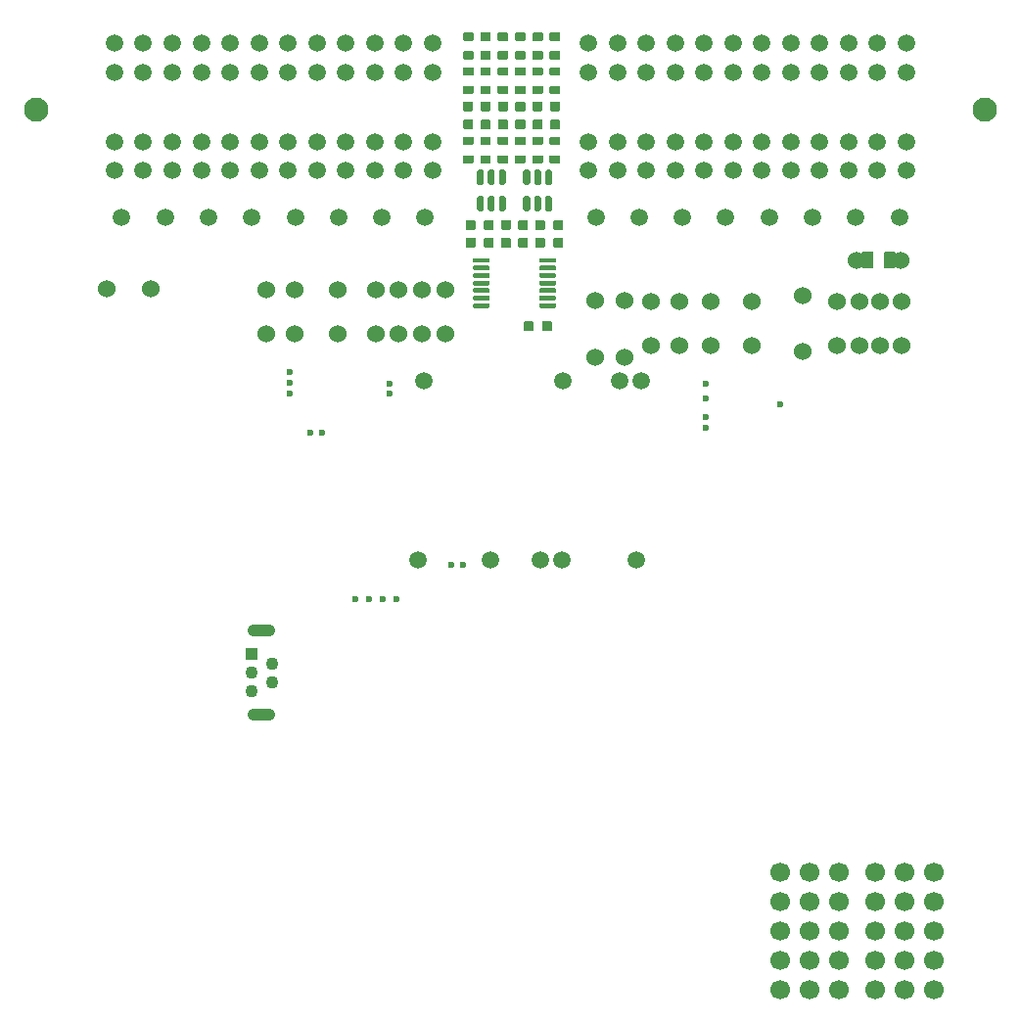
<source format=gbs>
G04 #@! TF.GenerationSoftware,KiCad,Pcbnew,7.0.10-7.0.10~ubuntu22.04.1*
G04 #@! TF.CreationDate,2024-01-13T01:52:59+00:00*
G04 #@! TF.ProjectId,hellen-112-17,68656c6c-656e-42d3-9131-322d31372e6b,B*
G04 #@! TF.SameCoordinates,Original*
G04 #@! TF.FileFunction,Soldermask,Bot*
G04 #@! TF.FilePolarity,Negative*
%FSLAX46Y46*%
G04 Gerber Fmt 4.6, Leading zero omitted, Abs format (unit mm)*
G04 Created by KiCad (PCBNEW 7.0.10-7.0.10~ubuntu22.04.1) date 2024-01-13 01:52:59*
%MOMM*%
%LPD*%
G01*
G04 APERTURE LIST*
%ADD10C,2.100000*%
%ADD11C,1.500000*%
%ADD12C,1.524000*%
%ADD13C,1.700000*%
%ADD14R,1.100000X1.100000*%
%ADD15C,1.100000*%
%ADD16O,2.400000X1.100000*%
%ADD17C,0.600000*%
%ADD18C,0.599999*%
G04 APERTURE END LIST*
D10*
G04 #@! TO.C,J1*
X2154267Y84016479D03*
X84154267Y84016479D03*
D11*
X77404267Y89716479D03*
X74904267Y89716479D03*
X72404267Y89716479D03*
X69904267Y89716479D03*
X67404267Y89716479D03*
X64904267Y89716479D03*
X62404267Y89716479D03*
X59904267Y89716479D03*
X57404267Y89716479D03*
X54904267Y89716479D03*
X52404267Y89716479D03*
X49904267Y89716479D03*
X77404267Y87216479D03*
X74904267Y87216479D03*
X72404267Y87216479D03*
X69904267Y87216479D03*
X67404267Y87216479D03*
X64904267Y87216479D03*
X62404267Y87216479D03*
X59904267Y87216479D03*
X57404267Y87216479D03*
X54904267Y87216479D03*
X52404267Y87216479D03*
X49904267Y87216479D03*
X77404267Y81216479D03*
X74904267Y81216479D03*
X72404267Y81216479D03*
X69904267Y81216479D03*
X67404267Y81216479D03*
X64904267Y81216479D03*
X62404267Y81216479D03*
X59904267Y81216479D03*
X57404267Y81216479D03*
X54904267Y81216479D03*
X52404267Y81216479D03*
X49904267Y81216479D03*
X77404267Y78716479D03*
X74904267Y78716479D03*
X72404267Y78716479D03*
X69904267Y78716479D03*
X67404267Y78716479D03*
X64904267Y78716479D03*
X62404267Y78716479D03*
X59904267Y78716479D03*
X57404267Y78716479D03*
X54904267Y78716479D03*
X52404267Y78716479D03*
X49904267Y78716479D03*
X76779267Y74716479D03*
X73029267Y74716479D03*
X69279267Y74716479D03*
X65529267Y74716479D03*
X61779267Y74716479D03*
X58029267Y74716479D03*
X54279267Y74716479D03*
X50529267Y74716479D03*
X36404267Y89716479D03*
X33904267Y89716479D03*
X31404267Y89716479D03*
X28904267Y89716479D03*
X26404267Y89716479D03*
X23904267Y89716479D03*
X21404267Y89716479D03*
X18904267Y89716479D03*
X16404267Y89716479D03*
X13904267Y89716479D03*
X11404267Y89716479D03*
X8904267Y89716479D03*
X36404267Y87216479D03*
X33904267Y87216479D03*
X31404267Y87216479D03*
X28904267Y87216479D03*
X26404267Y87216479D03*
X23904267Y87216479D03*
X21404267Y87216479D03*
X18904267Y87216479D03*
X16404267Y87216479D03*
X13904267Y87216479D03*
X11404267Y87216479D03*
X8904267Y87216479D03*
X36404267Y81216479D03*
X33904267Y81216479D03*
X31404267Y81216479D03*
X28904267Y81216479D03*
X26404267Y81216479D03*
X23904267Y81216479D03*
X21404267Y81216479D03*
X18904267Y81216479D03*
X16404267Y81216479D03*
X13904267Y81216479D03*
X11404267Y81216479D03*
X8904267Y81216479D03*
X36404267Y78716479D03*
X33904267Y78716479D03*
X31404267Y78716479D03*
X28904267Y78716479D03*
X26404267Y78716479D03*
X23904267Y78716479D03*
X21404267Y78716479D03*
X18904267Y78716479D03*
X16404267Y78716479D03*
X13904267Y78716479D03*
X11404267Y78716479D03*
X8904267Y78716479D03*
X35779267Y74716479D03*
X32029267Y74716479D03*
X28279267Y74716479D03*
X24529267Y74716479D03*
X20779267Y74716479D03*
X17029267Y74716479D03*
X13279267Y74716479D03*
X9529267Y74716479D03*
G04 #@! TD*
D12*
G04 #@! TO.C,R13*
X33500000Y68405000D03*
X33500000Y64595000D03*
G04 #@! TD*
D13*
G04 #@! TO.C,G2*
X74692000Y7880000D03*
X74692000Y10420000D03*
X74692000Y12960000D03*
X74692000Y15500000D03*
X74692000Y18040000D03*
X77232000Y7880000D03*
X77232000Y10420000D03*
X77232000Y12960000D03*
X77232000Y15500000D03*
X77232000Y18040000D03*
X79772000Y7880000D03*
X79772000Y10420000D03*
X79772000Y12960000D03*
X79772000Y15500000D03*
X79772000Y18040000D03*
G04 #@! TD*
D12*
G04 #@! TO.C,R11*
X8190000Y68500000D03*
X12000000Y68500000D03*
G04 #@! TD*
G04 #@! TO.C,R14*
X31500000Y68405000D03*
X31500000Y64595000D03*
G04 #@! TD*
G04 #@! TO.C,R12*
X22000000Y68405000D03*
X22000000Y64595000D03*
G04 #@! TD*
G04 #@! TO.C,F2*
X53000000Y67450000D03*
X53000000Y62550000D03*
G04 #@! TD*
G04 #@! TO.C,R15*
X28250000Y68405000D03*
X28250000Y64595000D03*
G04 #@! TD*
G04 #@! TO.C,F1*
X68400000Y67950000D03*
X68400000Y63050000D03*
G04 #@! TD*
G04 #@! TO.C,F3*
X50500000Y67450000D03*
X50500000Y62550000D03*
G04 #@! TD*
G04 #@! TO.C,R1*
X64000000Y67405000D03*
X64000000Y63595000D03*
G04 #@! TD*
D13*
G04 #@! TO.C,G1*
X66460000Y7880000D03*
X66460000Y10420000D03*
X66460000Y12960000D03*
X66460000Y15500000D03*
X66460000Y18040000D03*
X69000000Y7880000D03*
X69000000Y10420000D03*
X69000000Y12960000D03*
X69000000Y15500000D03*
X69000000Y18040000D03*
X71540000Y7880000D03*
X71540000Y10420000D03*
X71540000Y12960000D03*
X71540000Y15500000D03*
X71540000Y18040000D03*
G04 #@! TD*
D12*
G04 #@! TO.C,R9*
X37500000Y68405000D03*
X37500000Y64595000D03*
G04 #@! TD*
G04 #@! TO.C,R6*
X77000000Y67405000D03*
X77000000Y63595000D03*
G04 #@! TD*
D14*
G04 #@! TO.C,J2*
X20750000Y36900000D03*
D15*
X22500000Y36100000D03*
X20750000Y35300000D03*
X22500000Y34500000D03*
X20750000Y33700000D03*
D16*
X21625000Y38950000D03*
X21625000Y31650000D03*
G04 #@! TD*
D17*
G04 #@! TO.C,M3*
X24025000Y59425001D03*
X24025000Y60375001D03*
X24025000Y61324999D03*
X32725000Y60325001D03*
X32725000Y59425001D03*
G04 #@! TD*
D12*
G04 #@! TO.C,R4*
X71400000Y67405000D03*
X71400000Y63595000D03*
G04 #@! TD*
G04 #@! TO.C,R8*
X73300000Y67405000D03*
X73300000Y63595000D03*
G04 #@! TD*
G04 #@! TO.C,R10*
X35500000Y68405000D03*
X35500000Y64595000D03*
G04 #@! TD*
D17*
G04 #@! TO.C,M2*
X30925000Y41675000D03*
X29725000Y41675000D03*
X32125000Y41675000D03*
X33325000Y41675000D03*
X26865000Y56100000D03*
X25865000Y56100000D03*
G04 #@! TD*
D12*
G04 #@! TO.C,R7*
X75100000Y67405000D03*
X75100000Y63595000D03*
G04 #@! TD*
G04 #@! TO.C,R16*
X24500000Y68405000D03*
X24500000Y64595000D03*
G04 #@! TD*
D11*
G04 #@! TO.C,M1*
X54024999Y45075005D03*
X47625002Y45075005D03*
X45724999Y45075005D03*
X41424999Y45075005D03*
D17*
X39025002Y44625006D03*
X38025001Y44625006D03*
D11*
X35174999Y45075005D03*
X54475001Y60575002D03*
X52625002Y60575002D03*
X47674999Y60575002D03*
X35625001Y60575002D03*
G04 #@! TD*
D12*
G04 #@! TO.C,R5*
X57800000Y67405000D03*
X57800000Y63595000D03*
G04 #@! TD*
G04 #@! TO.C,R2*
X60500000Y67405000D03*
X60500000Y63595000D03*
G04 #@! TD*
G04 #@! TO.C,R3*
X55300000Y67405000D03*
X55300000Y63595000D03*
G04 #@! TD*
D18*
G04 #@! TO.C,M5*
X66500000Y58500000D03*
X60075001Y60329993D03*
X60075001Y59054995D03*
X60075001Y57405006D03*
X60075001Y56504995D03*
G04 #@! TD*
G04 #@! TO.C,R49*
G36*
G01*
X43610000Y87650000D02*
X44390000Y87650000D01*
G75*
G02*
X44460000Y87580000I0J-70000D01*
G01*
X44460000Y87020000D01*
G75*
G02*
X44390000Y86950000I-70000J0D01*
G01*
X43610000Y86950000D01*
G75*
G02*
X43540000Y87020000I0J70000D01*
G01*
X43540000Y87580000D01*
G75*
G02*
X43610000Y87650000I70000J0D01*
G01*
G37*
G36*
G01*
X43610000Y86050000D02*
X44390000Y86050000D01*
G75*
G02*
X44460000Y85980000I0J-70000D01*
G01*
X44460000Y85420000D01*
G75*
G02*
X44390000Y85350000I-70000J0D01*
G01*
X43610000Y85350000D01*
G75*
G02*
X43540000Y85420000I0J70000D01*
G01*
X43540000Y85980000D01*
G75*
G02*
X43610000Y86050000I70000J0D01*
G01*
G37*
G04 #@! TD*
G04 #@! TO.C,C16*
G36*
G01*
X39160000Y84715001D02*
X39840000Y84715001D01*
G75*
G02*
X39925000Y84630001I0J-85000D01*
G01*
X39925000Y83950001D01*
G75*
G02*
X39840000Y83865001I-85000J0D01*
G01*
X39160000Y83865001D01*
G75*
G02*
X39075000Y83950001I0J85000D01*
G01*
X39075000Y84630001D01*
G75*
G02*
X39160000Y84715001I85000J0D01*
G01*
G37*
G36*
G01*
X39160000Y83134999D02*
X39840000Y83134999D01*
G75*
G02*
X39925000Y83049999I0J-85000D01*
G01*
X39925000Y82369999D01*
G75*
G02*
X39840000Y82284999I-85000J0D01*
G01*
X39160000Y82284999D01*
G75*
G02*
X39075000Y82369999I0J85000D01*
G01*
X39075000Y83049999D01*
G75*
G02*
X39160000Y83134999I85000J0D01*
G01*
G37*
G04 #@! TD*
G04 #@! TO.C,C17*
G36*
G01*
X42160000Y84715001D02*
X42840000Y84715001D01*
G75*
G02*
X42925000Y84630001I0J-85000D01*
G01*
X42925000Y83950001D01*
G75*
G02*
X42840000Y83865001I-85000J0D01*
G01*
X42160000Y83865001D01*
G75*
G02*
X42075000Y83950001I0J85000D01*
G01*
X42075000Y84630001D01*
G75*
G02*
X42160000Y84715001I85000J0D01*
G01*
G37*
G36*
G01*
X42160000Y83134999D02*
X42840000Y83134999D01*
G75*
G02*
X42925000Y83049999I0J-85000D01*
G01*
X42925000Y82369999D01*
G75*
G02*
X42840000Y82284999I-85000J0D01*
G01*
X42160000Y82284999D01*
G75*
G02*
X42075000Y82369999I0J85000D01*
G01*
X42075000Y83049999D01*
G75*
G02*
X42160000Y83134999I85000J0D01*
G01*
G37*
G04 #@! TD*
G04 #@! TO.C,R48*
G36*
G01*
X44390000Y79350000D02*
X43610000Y79350000D01*
G75*
G02*
X43540000Y79420000I0J70000D01*
G01*
X43540000Y79980000D01*
G75*
G02*
X43610000Y80050000I70000J0D01*
G01*
X44390000Y80050000D01*
G75*
G02*
X44460000Y79980000I0J-70000D01*
G01*
X44460000Y79420000D01*
G75*
G02*
X44390000Y79350000I-70000J0D01*
G01*
G37*
G36*
G01*
X44390000Y80950000D02*
X43610000Y80950000D01*
G75*
G02*
X43540000Y81020000I0J70000D01*
G01*
X43540000Y81580000D01*
G75*
G02*
X43610000Y81650000I70000J0D01*
G01*
X44390000Y81650000D01*
G75*
G02*
X44460000Y81580000I0J-70000D01*
G01*
X44460000Y81020000D01*
G75*
G02*
X44390000Y80950000I-70000J0D01*
G01*
G37*
G04 #@! TD*
G04 #@! TO.C,C18*
G36*
G01*
X40660000Y84715001D02*
X41340000Y84715001D01*
G75*
G02*
X41425000Y84630001I0J-85000D01*
G01*
X41425000Y83950001D01*
G75*
G02*
X41340000Y83865001I-85000J0D01*
G01*
X40660000Y83865001D01*
G75*
G02*
X40575000Y83950001I0J85000D01*
G01*
X40575000Y84630001D01*
G75*
G02*
X40660000Y84715001I85000J0D01*
G01*
G37*
G36*
G01*
X40660000Y83134999D02*
X41340000Y83134999D01*
G75*
G02*
X41425000Y83049999I0J-85000D01*
G01*
X41425000Y82369999D01*
G75*
G02*
X41340000Y82284999I-85000J0D01*
G01*
X40660000Y82284999D01*
G75*
G02*
X40575000Y82369999I0J85000D01*
G01*
X40575000Y83049999D01*
G75*
G02*
X40660000Y83134999I85000J0D01*
G01*
G37*
G04 #@! TD*
G04 #@! TO.C,R29*
G36*
G01*
X45110000Y87650000D02*
X45890000Y87650000D01*
G75*
G02*
X45960000Y87580000I0J-70000D01*
G01*
X45960000Y87020000D01*
G75*
G02*
X45890000Y86950000I-70000J0D01*
G01*
X45110000Y86950000D01*
G75*
G02*
X45040000Y87020000I0J70000D01*
G01*
X45040000Y87580000D01*
G75*
G02*
X45110000Y87650000I70000J0D01*
G01*
G37*
G36*
G01*
X45110000Y86050000D02*
X45890000Y86050000D01*
G75*
G02*
X45960000Y85980000I0J-70000D01*
G01*
X45960000Y85420000D01*
G75*
G02*
X45890000Y85350000I-70000J0D01*
G01*
X45110000Y85350000D01*
G75*
G02*
X45040000Y85420000I0J70000D01*
G01*
X45040000Y85980000D01*
G75*
G02*
X45110000Y86050000I70000J0D01*
G01*
G37*
G04 #@! TD*
G04 #@! TO.C,U2*
G36*
G01*
X39900000Y66950000D02*
X39900000Y67150000D01*
G75*
G02*
X40000000Y67250000I100000J0D01*
G01*
X41275000Y67250000D01*
G75*
G02*
X41375000Y67150000I0J-100000D01*
G01*
X41375000Y66950000D01*
G75*
G02*
X41275000Y66850000I-100000J0D01*
G01*
X40000000Y66850000D01*
G75*
G02*
X39900000Y66950000I0J100000D01*
G01*
G37*
G36*
G01*
X39900000Y67600000D02*
X39900000Y67800000D01*
G75*
G02*
X40000000Y67900000I100000J0D01*
G01*
X41275000Y67900000D01*
G75*
G02*
X41375000Y67800000I0J-100000D01*
G01*
X41375000Y67600000D01*
G75*
G02*
X41275000Y67500000I-100000J0D01*
G01*
X40000000Y67500000D01*
G75*
G02*
X39900000Y67600000I0J100000D01*
G01*
G37*
G36*
G01*
X39900000Y68250000D02*
X39900000Y68450000D01*
G75*
G02*
X40000000Y68550000I100000J0D01*
G01*
X41275000Y68550000D01*
G75*
G02*
X41375000Y68450000I0J-100000D01*
G01*
X41375000Y68250000D01*
G75*
G02*
X41275000Y68150000I-100000J0D01*
G01*
X40000000Y68150000D01*
G75*
G02*
X39900000Y68250000I0J100000D01*
G01*
G37*
G36*
G01*
X39900000Y68900000D02*
X39900000Y69100000D01*
G75*
G02*
X40000000Y69200000I100000J0D01*
G01*
X41275000Y69200000D01*
G75*
G02*
X41375000Y69100000I0J-100000D01*
G01*
X41375000Y68900000D01*
G75*
G02*
X41275000Y68800000I-100000J0D01*
G01*
X40000000Y68800000D01*
G75*
G02*
X39900000Y68900000I0J100000D01*
G01*
G37*
G36*
G01*
X39900000Y69550000D02*
X39900000Y69750000D01*
G75*
G02*
X40000000Y69850000I100000J0D01*
G01*
X41275000Y69850000D01*
G75*
G02*
X41375000Y69750000I0J-100000D01*
G01*
X41375000Y69550000D01*
G75*
G02*
X41275000Y69450000I-100000J0D01*
G01*
X40000000Y69450000D01*
G75*
G02*
X39900000Y69550000I0J100000D01*
G01*
G37*
G36*
G01*
X39900000Y70200000D02*
X39900000Y70400000D01*
G75*
G02*
X40000000Y70500000I100000J0D01*
G01*
X41275000Y70500000D01*
G75*
G02*
X41375000Y70400000I0J-100000D01*
G01*
X41375000Y70200000D01*
G75*
G02*
X41275000Y70100000I-100000J0D01*
G01*
X40000000Y70100000D01*
G75*
G02*
X39900000Y70200000I0J100000D01*
G01*
G37*
G36*
G01*
X39900000Y70850000D02*
X39900000Y71050000D01*
G75*
G02*
X40000000Y71150000I100000J0D01*
G01*
X41275000Y71150000D01*
G75*
G02*
X41375000Y71050000I0J-100000D01*
G01*
X41375000Y70850000D01*
G75*
G02*
X41275000Y70750000I-100000J0D01*
G01*
X40000000Y70750000D01*
G75*
G02*
X39900000Y70850000I0J100000D01*
G01*
G37*
G36*
G01*
X45625000Y70850000D02*
X45625000Y71050000D01*
G75*
G02*
X45725000Y71150000I100000J0D01*
G01*
X47000000Y71150000D01*
G75*
G02*
X47100000Y71050000I0J-100000D01*
G01*
X47100000Y70850000D01*
G75*
G02*
X47000000Y70750000I-100000J0D01*
G01*
X45725000Y70750000D01*
G75*
G02*
X45625000Y70850000I0J100000D01*
G01*
G37*
G36*
G01*
X45625000Y70200000D02*
X45625000Y70400000D01*
G75*
G02*
X45725000Y70500000I100000J0D01*
G01*
X47000000Y70500000D01*
G75*
G02*
X47100000Y70400000I0J-100000D01*
G01*
X47100000Y70200000D01*
G75*
G02*
X47000000Y70100000I-100000J0D01*
G01*
X45725000Y70100000D01*
G75*
G02*
X45625000Y70200000I0J100000D01*
G01*
G37*
G36*
G01*
X45625000Y69550000D02*
X45625000Y69750000D01*
G75*
G02*
X45725000Y69850000I100000J0D01*
G01*
X47000000Y69850000D01*
G75*
G02*
X47100000Y69750000I0J-100000D01*
G01*
X47100000Y69550000D01*
G75*
G02*
X47000000Y69450000I-100000J0D01*
G01*
X45725000Y69450000D01*
G75*
G02*
X45625000Y69550000I0J100000D01*
G01*
G37*
G36*
G01*
X45625000Y68900000D02*
X45625000Y69100000D01*
G75*
G02*
X45725000Y69200000I100000J0D01*
G01*
X47000000Y69200000D01*
G75*
G02*
X47100000Y69100000I0J-100000D01*
G01*
X47100000Y68900000D01*
G75*
G02*
X47000000Y68800000I-100000J0D01*
G01*
X45725000Y68800000D01*
G75*
G02*
X45625000Y68900000I0J100000D01*
G01*
G37*
G36*
G01*
X45625000Y68250000D02*
X45625000Y68450000D01*
G75*
G02*
X45725000Y68550000I100000J0D01*
G01*
X47000000Y68550000D01*
G75*
G02*
X47100000Y68450000I0J-100000D01*
G01*
X47100000Y68250000D01*
G75*
G02*
X47000000Y68150000I-100000J0D01*
G01*
X45725000Y68150000D01*
G75*
G02*
X45625000Y68250000I0J100000D01*
G01*
G37*
G36*
G01*
X45625000Y67600000D02*
X45625000Y67800000D01*
G75*
G02*
X45725000Y67900000I100000J0D01*
G01*
X47000000Y67900000D01*
G75*
G02*
X47100000Y67800000I0J-100000D01*
G01*
X47100000Y67600000D01*
G75*
G02*
X47000000Y67500000I-100000J0D01*
G01*
X45725000Y67500000D01*
G75*
G02*
X45625000Y67600000I0J100000D01*
G01*
G37*
G36*
G01*
X45625000Y66950000D02*
X45625000Y67150000D01*
G75*
G02*
X45725000Y67250000I100000J0D01*
G01*
X47000000Y67250000D01*
G75*
G02*
X47100000Y67150000I0J-100000D01*
G01*
X47100000Y66950000D01*
G75*
G02*
X47000000Y66850000I-100000J0D01*
G01*
X45725000Y66850000D01*
G75*
G02*
X45625000Y66950000I0J100000D01*
G01*
G37*
G04 #@! TD*
G04 #@! TO.C,C25*
G36*
G01*
X44590000Y72034999D02*
X43910000Y72034999D01*
G75*
G02*
X43825000Y72119999I0J85000D01*
G01*
X43825000Y72799999D01*
G75*
G02*
X43910000Y72884999I85000J0D01*
G01*
X44590000Y72884999D01*
G75*
G02*
X44675000Y72799999I0J-85000D01*
G01*
X44675000Y72119999D01*
G75*
G02*
X44590000Y72034999I-85000J0D01*
G01*
G37*
G36*
G01*
X44590000Y73615001D02*
X43910000Y73615001D01*
G75*
G02*
X43825000Y73700001I0J85000D01*
G01*
X43825000Y74380001D01*
G75*
G02*
X43910000Y74465001I85000J0D01*
G01*
X44590000Y74465001D01*
G75*
G02*
X44675000Y74380001I0J-85000D01*
G01*
X44675000Y73700001D01*
G75*
G02*
X44590000Y73615001I-85000J0D01*
G01*
G37*
G04 #@! TD*
G04 #@! TO.C,R32*
G36*
G01*
X41390000Y79350000D02*
X40610000Y79350000D01*
G75*
G02*
X40540000Y79420000I0J70000D01*
G01*
X40540000Y79980000D01*
G75*
G02*
X40610000Y80050000I70000J0D01*
G01*
X41390000Y80050000D01*
G75*
G02*
X41460000Y79980000I0J-70000D01*
G01*
X41460000Y79420000D01*
G75*
G02*
X41390000Y79350000I-70000J0D01*
G01*
G37*
G36*
G01*
X41390000Y80950000D02*
X40610000Y80950000D01*
G75*
G02*
X40540000Y81020000I0J70000D01*
G01*
X40540000Y81580000D01*
G75*
G02*
X40610000Y81650000I70000J0D01*
G01*
X41390000Y81650000D01*
G75*
G02*
X41460000Y81580000I0J-70000D01*
G01*
X41460000Y81020000D01*
G75*
G02*
X41390000Y80950000I-70000J0D01*
G01*
G37*
G04 #@! TD*
G04 #@! TO.C,R30*
G36*
G01*
X39890000Y79350000D02*
X39110000Y79350000D01*
G75*
G02*
X39040000Y79420000I0J70000D01*
G01*
X39040000Y79980000D01*
G75*
G02*
X39110000Y80050000I70000J0D01*
G01*
X39890000Y80050000D01*
G75*
G02*
X39960000Y79980000I0J-70000D01*
G01*
X39960000Y79420000D01*
G75*
G02*
X39890000Y79350000I-70000J0D01*
G01*
G37*
G36*
G01*
X39890000Y80950000D02*
X39110000Y80950000D01*
G75*
G02*
X39040000Y81020000I0J70000D01*
G01*
X39040000Y81580000D01*
G75*
G02*
X39110000Y81650000I70000J0D01*
G01*
X39890000Y81650000D01*
G75*
G02*
X39960000Y81580000I0J-70000D01*
G01*
X39960000Y81020000D01*
G75*
G02*
X39890000Y80950000I-70000J0D01*
G01*
G37*
G04 #@! TD*
G04 #@! TO.C,R43*
G36*
G01*
X45890000Y79350000D02*
X45110000Y79350000D01*
G75*
G02*
X45040000Y79420000I0J70000D01*
G01*
X45040000Y79980000D01*
G75*
G02*
X45110000Y80050000I70000J0D01*
G01*
X45890000Y80050000D01*
G75*
G02*
X45960000Y79980000I0J-70000D01*
G01*
X45960000Y79420000D01*
G75*
G02*
X45890000Y79350000I-70000J0D01*
G01*
G37*
G36*
G01*
X45890000Y80950000D02*
X45110000Y80950000D01*
G75*
G02*
X45040000Y81020000I0J70000D01*
G01*
X45040000Y81580000D01*
G75*
G02*
X45110000Y81650000I70000J0D01*
G01*
X45890000Y81650000D01*
G75*
G02*
X45960000Y81580000I0J-70000D01*
G01*
X45960000Y81020000D01*
G75*
G02*
X45890000Y80950000I-70000J0D01*
G01*
G37*
G04 #@! TD*
G04 #@! TO.C,C15*
G36*
G01*
X43660000Y84715001D02*
X44340000Y84715001D01*
G75*
G02*
X44425000Y84630001I0J-85000D01*
G01*
X44425000Y83950001D01*
G75*
G02*
X44340000Y83865001I-85000J0D01*
G01*
X43660000Y83865001D01*
G75*
G02*
X43575000Y83950001I0J85000D01*
G01*
X43575000Y84630001D01*
G75*
G02*
X43660000Y84715001I85000J0D01*
G01*
G37*
G36*
G01*
X43660000Y83134999D02*
X44340000Y83134999D01*
G75*
G02*
X44425000Y83049999I0J-85000D01*
G01*
X44425000Y82369999D01*
G75*
G02*
X44340000Y82284999I-85000J0D01*
G01*
X43660000Y82284999D01*
G75*
G02*
X43575000Y82369999I0J85000D01*
G01*
X43575000Y83049999D01*
G75*
G02*
X43660000Y83134999I85000J0D01*
G01*
G37*
G04 #@! TD*
G04 #@! TO.C,D11*
G36*
G01*
X46600000Y75200000D02*
X46300000Y75200000D01*
G75*
G02*
X46150000Y75350000I0J150000D01*
G01*
X46150000Y76375000D01*
G75*
G02*
X46300000Y76525000I150000J0D01*
G01*
X46600000Y76525000D01*
G75*
G02*
X46750000Y76375000I0J-150000D01*
G01*
X46750000Y75350000D01*
G75*
G02*
X46600000Y75200000I-150000J0D01*
G01*
G37*
G36*
G01*
X45650000Y75200000D02*
X45350000Y75200000D01*
G75*
G02*
X45200000Y75350000I0J150000D01*
G01*
X45200000Y76375000D01*
G75*
G02*
X45350000Y76525000I150000J0D01*
G01*
X45650000Y76525000D01*
G75*
G02*
X45800000Y76375000I0J-150000D01*
G01*
X45800000Y75350000D01*
G75*
G02*
X45650000Y75200000I-150000J0D01*
G01*
G37*
G36*
G01*
X44700000Y75200000D02*
X44400000Y75200000D01*
G75*
G02*
X44250000Y75350000I0J150000D01*
G01*
X44250000Y76375000D01*
G75*
G02*
X44400000Y76525000I150000J0D01*
G01*
X44700000Y76525000D01*
G75*
G02*
X44850000Y76375000I0J-150000D01*
G01*
X44850000Y75350000D01*
G75*
G02*
X44700000Y75200000I-150000J0D01*
G01*
G37*
G36*
G01*
X44700000Y77475000D02*
X44400000Y77475000D01*
G75*
G02*
X44250000Y77625000I0J150000D01*
G01*
X44250000Y78650000D01*
G75*
G02*
X44400000Y78800000I150000J0D01*
G01*
X44700000Y78800000D01*
G75*
G02*
X44850000Y78650000I0J-150000D01*
G01*
X44850000Y77625000D01*
G75*
G02*
X44700000Y77475000I-150000J0D01*
G01*
G37*
G36*
G01*
X45650000Y77475000D02*
X45350000Y77475000D01*
G75*
G02*
X45200000Y77625000I0J150000D01*
G01*
X45200000Y78650000D01*
G75*
G02*
X45350000Y78800000I150000J0D01*
G01*
X45650000Y78800000D01*
G75*
G02*
X45800000Y78650000I0J-150000D01*
G01*
X45800000Y77625000D01*
G75*
G02*
X45650000Y77475000I-150000J0D01*
G01*
G37*
G36*
G01*
X46600000Y77475000D02*
X46300000Y77475000D01*
G75*
G02*
X46150000Y77625000I0J150000D01*
G01*
X46150000Y78650000D01*
G75*
G02*
X46300000Y78800000I150000J0D01*
G01*
X46600000Y78800000D01*
G75*
G02*
X46750000Y78650000I0J-150000D01*
G01*
X46750000Y77625000D01*
G75*
G02*
X46600000Y77475000I-150000J0D01*
G01*
G37*
G04 #@! TD*
G04 #@! TO.C,C23*
G36*
G01*
X41715001Y72840000D02*
X41715001Y72160000D01*
G75*
G02*
X41630001Y72075000I-85000J0D01*
G01*
X40950001Y72075000D01*
G75*
G02*
X40865001Y72160000I0J85000D01*
G01*
X40865001Y72840000D01*
G75*
G02*
X40950001Y72925000I85000J0D01*
G01*
X41630001Y72925000D01*
G75*
G02*
X41715001Y72840000I0J-85000D01*
G01*
G37*
G36*
G01*
X40134999Y72840000D02*
X40134999Y72160000D01*
G75*
G02*
X40049999Y72075000I-85000J0D01*
G01*
X39369999Y72075000D01*
G75*
G02*
X39284999Y72160000I0J85000D01*
G01*
X39284999Y72840000D01*
G75*
G02*
X39369999Y72925000I85000J0D01*
G01*
X40049999Y72925000D01*
G75*
G02*
X40134999Y72840000I0J-85000D01*
G01*
G37*
G04 #@! TD*
G04 #@! TO.C,R25*
G36*
G01*
X39110000Y87650000D02*
X39890000Y87650000D01*
G75*
G02*
X39960000Y87580000I0J-70000D01*
G01*
X39960000Y87020000D01*
G75*
G02*
X39890000Y86950000I-70000J0D01*
G01*
X39110000Y86950000D01*
G75*
G02*
X39040000Y87020000I0J70000D01*
G01*
X39040000Y87580000D01*
G75*
G02*
X39110000Y87650000I70000J0D01*
G01*
G37*
G36*
G01*
X39110000Y86050000D02*
X39890000Y86050000D01*
G75*
G02*
X39960000Y85980000I0J-70000D01*
G01*
X39960000Y85420000D01*
G75*
G02*
X39890000Y85350000I-70000J0D01*
G01*
X39110000Y85350000D01*
G75*
G02*
X39040000Y85420000I0J70000D01*
G01*
X39040000Y85980000D01*
G75*
G02*
X39110000Y86050000I70000J0D01*
G01*
G37*
G04 #@! TD*
G04 #@! TO.C,C19*
G36*
G01*
X46660000Y84715001D02*
X47340000Y84715001D01*
G75*
G02*
X47425000Y84630001I0J-85000D01*
G01*
X47425000Y83950001D01*
G75*
G02*
X47340000Y83865001I-85000J0D01*
G01*
X46660000Y83865001D01*
G75*
G02*
X46575000Y83950001I0J85000D01*
G01*
X46575000Y84630001D01*
G75*
G02*
X46660000Y84715001I85000J0D01*
G01*
G37*
G36*
G01*
X46660000Y83134999D02*
X47340000Y83134999D01*
G75*
G02*
X47425000Y83049999I0J-85000D01*
G01*
X47425000Y82369999D01*
G75*
G02*
X47340000Y82284999I-85000J0D01*
G01*
X46660000Y82284999D01*
G75*
G02*
X46575000Y82369999I0J85000D01*
G01*
X46575000Y83049999D01*
G75*
G02*
X46660000Y83134999I85000J0D01*
G01*
G37*
G04 #@! TD*
G04 #@! TO.C,R21*
G36*
G01*
X39110954Y90650000D02*
X39890954Y90650000D01*
G75*
G02*
X39960954Y90580000I0J-70000D01*
G01*
X39960954Y90020000D01*
G75*
G02*
X39890954Y89950000I-70000J0D01*
G01*
X39110954Y89950000D01*
G75*
G02*
X39040954Y90020000I0J70000D01*
G01*
X39040954Y90580000D01*
G75*
G02*
X39110954Y90650000I70000J0D01*
G01*
G37*
G36*
G01*
X39110954Y89050000D02*
X39890954Y89050000D01*
G75*
G02*
X39960954Y88980000I0J-70000D01*
G01*
X39960954Y88420000D01*
G75*
G02*
X39890954Y88350000I-70000J0D01*
G01*
X39110954Y88350000D01*
G75*
G02*
X39040954Y88420000I0J70000D01*
G01*
X39040954Y88980000D01*
G75*
G02*
X39110954Y89050000I70000J0D01*
G01*
G37*
G04 #@! TD*
G04 #@! TO.C,C21*
G36*
G01*
X44284999Y64910000D02*
X44284999Y65590000D01*
G75*
G02*
X44369999Y65675000I85000J0D01*
G01*
X45049999Y65675000D01*
G75*
G02*
X45134999Y65590000I0J-85000D01*
G01*
X45134999Y64910000D01*
G75*
G02*
X45049999Y64825000I-85000J0D01*
G01*
X44369999Y64825000D01*
G75*
G02*
X44284999Y64910000I0J85000D01*
G01*
G37*
G36*
G01*
X45865001Y64910000D02*
X45865001Y65590000D01*
G75*
G02*
X45950001Y65675000I85000J0D01*
G01*
X46630001Y65675000D01*
G75*
G02*
X46715001Y65590000I0J-85000D01*
G01*
X46715001Y64910000D01*
G75*
G02*
X46630001Y64825000I-85000J0D01*
G01*
X45950001Y64825000D01*
G75*
G02*
X45865001Y64910000I0J85000D01*
G01*
G37*
G04 #@! TD*
G04 #@! TO.C,R26*
G36*
G01*
X42110000Y87650000D02*
X42890000Y87650000D01*
G75*
G02*
X42960000Y87580000I0J-70000D01*
G01*
X42960000Y87020000D01*
G75*
G02*
X42890000Y86950000I-70000J0D01*
G01*
X42110000Y86950000D01*
G75*
G02*
X42040000Y87020000I0J70000D01*
G01*
X42040000Y87580000D01*
G75*
G02*
X42110000Y87650000I70000J0D01*
G01*
G37*
G36*
G01*
X42110000Y86050000D02*
X42890000Y86050000D01*
G75*
G02*
X42960000Y85980000I0J-70000D01*
G01*
X42960000Y85420000D01*
G75*
G02*
X42890000Y85350000I-70000J0D01*
G01*
X42110000Y85350000D01*
G75*
G02*
X42040000Y85420000I0J70000D01*
G01*
X42040000Y85980000D01*
G75*
G02*
X42110000Y86050000I70000J0D01*
G01*
G37*
G04 #@! TD*
G04 #@! TO.C,C28*
G36*
G01*
X45160000Y84715001D02*
X45840000Y84715001D01*
G75*
G02*
X45925000Y84630001I0J-85000D01*
G01*
X45925000Y83950001D01*
G75*
G02*
X45840000Y83865001I-85000J0D01*
G01*
X45160000Y83865001D01*
G75*
G02*
X45075000Y83950001I0J85000D01*
G01*
X45075000Y84630001D01*
G75*
G02*
X45160000Y84715001I85000J0D01*
G01*
G37*
G36*
G01*
X45160000Y83134999D02*
X45840000Y83134999D01*
G75*
G02*
X45925000Y83049999I0J-85000D01*
G01*
X45925000Y82369999D01*
G75*
G02*
X45840000Y82284999I-85000J0D01*
G01*
X45160000Y82284999D01*
G75*
G02*
X45075000Y82369999I0J85000D01*
G01*
X45075000Y83049999D01*
G75*
G02*
X45160000Y83134999I85000J0D01*
G01*
G37*
G04 #@! TD*
G04 #@! TO.C,R23*
G36*
G01*
X40610000Y90650000D02*
X41390000Y90650000D01*
G75*
G02*
X41460000Y90580000I0J-70000D01*
G01*
X41460000Y90020000D01*
G75*
G02*
X41390000Y89950000I-70000J0D01*
G01*
X40610000Y89950000D01*
G75*
G02*
X40540000Y90020000I0J70000D01*
G01*
X40540000Y90580000D01*
G75*
G02*
X40610000Y90650000I70000J0D01*
G01*
G37*
G36*
G01*
X40610000Y89050000D02*
X41390000Y89050000D01*
G75*
G02*
X41460000Y88980000I0J-70000D01*
G01*
X41460000Y88420000D01*
G75*
G02*
X41390000Y88350000I-70000J0D01*
G01*
X40610000Y88350000D01*
G75*
G02*
X40540000Y88420000I0J70000D01*
G01*
X40540000Y88980000D01*
G75*
G02*
X40610000Y89050000I70000J0D01*
G01*
G37*
G04 #@! TD*
G04 #@! TO.C,C26*
G36*
G01*
X47715001Y74340000D02*
X47715001Y73660000D01*
G75*
G02*
X47630001Y73575000I-85000J0D01*
G01*
X46950001Y73575000D01*
G75*
G02*
X46865001Y73660000I0J85000D01*
G01*
X46865001Y74340000D01*
G75*
G02*
X46950001Y74425000I85000J0D01*
G01*
X47630001Y74425000D01*
G75*
G02*
X47715001Y74340000I0J-85000D01*
G01*
G37*
G36*
G01*
X46134999Y74340000D02*
X46134999Y73660000D01*
G75*
G02*
X46049999Y73575000I-85000J0D01*
G01*
X45369999Y73575000D01*
G75*
G02*
X45284999Y73660000I0J85000D01*
G01*
X45284999Y74340000D01*
G75*
G02*
X45369999Y74425000I85000J0D01*
G01*
X46049999Y74425000D01*
G75*
G02*
X46134999Y74340000I0J-85000D01*
G01*
G37*
G04 #@! TD*
G04 #@! TO.C,R31*
G36*
G01*
X42890000Y79350000D02*
X42110000Y79350000D01*
G75*
G02*
X42040000Y79420000I0J70000D01*
G01*
X42040000Y79980000D01*
G75*
G02*
X42110000Y80050000I70000J0D01*
G01*
X42890000Y80050000D01*
G75*
G02*
X42960000Y79980000I0J-70000D01*
G01*
X42960000Y79420000D01*
G75*
G02*
X42890000Y79350000I-70000J0D01*
G01*
G37*
G36*
G01*
X42890000Y80950000D02*
X42110000Y80950000D01*
G75*
G02*
X42040000Y81020000I0J70000D01*
G01*
X42040000Y81580000D01*
G75*
G02*
X42110000Y81650000I70000J0D01*
G01*
X42890000Y81650000D01*
G75*
G02*
X42960000Y81580000I0J-70000D01*
G01*
X42960000Y81020000D01*
G75*
G02*
X42890000Y80950000I-70000J0D01*
G01*
G37*
G04 #@! TD*
G04 #@! TO.C,C24*
G36*
G01*
X45284999Y72160000D02*
X45284999Y72840000D01*
G75*
G02*
X45369999Y72925000I85000J0D01*
G01*
X46049999Y72925000D01*
G75*
G02*
X46134999Y72840000I0J-85000D01*
G01*
X46134999Y72160000D01*
G75*
G02*
X46049999Y72075000I-85000J0D01*
G01*
X45369999Y72075000D01*
G75*
G02*
X45284999Y72160000I0J85000D01*
G01*
G37*
G36*
G01*
X46865001Y72160000D02*
X46865001Y72840000D01*
G75*
G02*
X46950001Y72925000I85000J0D01*
G01*
X47630001Y72925000D01*
G75*
G02*
X47715001Y72840000I0J-85000D01*
G01*
X47715001Y72160000D01*
G75*
G02*
X47630001Y72075000I-85000J0D01*
G01*
X46950001Y72075000D01*
G75*
G02*
X46865001Y72160000I0J85000D01*
G01*
G37*
G04 #@! TD*
G04 #@! TO.C,D10*
G36*
G01*
X42600000Y75200000D02*
X42300000Y75200000D01*
G75*
G02*
X42150000Y75350000I0J150000D01*
G01*
X42150000Y76375000D01*
G75*
G02*
X42300000Y76525000I150000J0D01*
G01*
X42600000Y76525000D01*
G75*
G02*
X42750000Y76375000I0J-150000D01*
G01*
X42750000Y75350000D01*
G75*
G02*
X42600000Y75200000I-150000J0D01*
G01*
G37*
G36*
G01*
X41650000Y75200000D02*
X41350000Y75200000D01*
G75*
G02*
X41200000Y75350000I0J150000D01*
G01*
X41200000Y76375000D01*
G75*
G02*
X41350000Y76525000I150000J0D01*
G01*
X41650000Y76525000D01*
G75*
G02*
X41800000Y76375000I0J-150000D01*
G01*
X41800000Y75350000D01*
G75*
G02*
X41650000Y75200000I-150000J0D01*
G01*
G37*
G36*
G01*
X40700000Y75200000D02*
X40400000Y75200000D01*
G75*
G02*
X40250000Y75350000I0J150000D01*
G01*
X40250000Y76375000D01*
G75*
G02*
X40400000Y76525000I150000J0D01*
G01*
X40700000Y76525000D01*
G75*
G02*
X40850000Y76375000I0J-150000D01*
G01*
X40850000Y75350000D01*
G75*
G02*
X40700000Y75200000I-150000J0D01*
G01*
G37*
G36*
G01*
X40700000Y77475000D02*
X40400000Y77475000D01*
G75*
G02*
X40250000Y77625000I0J150000D01*
G01*
X40250000Y78650000D01*
G75*
G02*
X40400000Y78800000I150000J0D01*
G01*
X40700000Y78800000D01*
G75*
G02*
X40850000Y78650000I0J-150000D01*
G01*
X40850000Y77625000D01*
G75*
G02*
X40700000Y77475000I-150000J0D01*
G01*
G37*
G36*
G01*
X41650000Y77475000D02*
X41350000Y77475000D01*
G75*
G02*
X41200000Y77625000I0J150000D01*
G01*
X41200000Y78650000D01*
G75*
G02*
X41350000Y78800000I150000J0D01*
G01*
X41650000Y78800000D01*
G75*
G02*
X41800000Y78650000I0J-150000D01*
G01*
X41800000Y77625000D01*
G75*
G02*
X41650000Y77475000I-150000J0D01*
G01*
G37*
G36*
G01*
X42600000Y77475000D02*
X42300000Y77475000D01*
G75*
G02*
X42150000Y77625000I0J150000D01*
G01*
X42150000Y78650000D01*
G75*
G02*
X42300000Y78800000I150000J0D01*
G01*
X42600000Y78800000D01*
G75*
G02*
X42750000Y78650000I0J-150000D01*
G01*
X42750000Y77625000D01*
G75*
G02*
X42600000Y77475000I-150000J0D01*
G01*
G37*
G04 #@! TD*
G04 #@! TO.C,R50*
G36*
G01*
X45110000Y90650000D02*
X45890000Y90650000D01*
G75*
G02*
X45960000Y90580000I0J-70000D01*
G01*
X45960000Y90020000D01*
G75*
G02*
X45890000Y89950000I-70000J0D01*
G01*
X45110000Y89950000D01*
G75*
G02*
X45040000Y90020000I0J70000D01*
G01*
X45040000Y90580000D01*
G75*
G02*
X45110000Y90650000I70000J0D01*
G01*
G37*
G36*
G01*
X45110000Y89050000D02*
X45890000Y89050000D01*
G75*
G02*
X45960000Y88980000I0J-70000D01*
G01*
X45960000Y88420000D01*
G75*
G02*
X45890000Y88350000I-70000J0D01*
G01*
X45110000Y88350000D01*
G75*
G02*
X45040000Y88420000I0J70000D01*
G01*
X45040000Y88980000D01*
G75*
G02*
X45110000Y89050000I70000J0D01*
G01*
G37*
G04 #@! TD*
G04 #@! TO.C,R24*
G36*
G01*
X46610000Y90650000D02*
X47390000Y90650000D01*
G75*
G02*
X47460000Y90580000I0J-70000D01*
G01*
X47460000Y90020000D01*
G75*
G02*
X47390000Y89950000I-70000J0D01*
G01*
X46610000Y89950000D01*
G75*
G02*
X46540000Y90020000I0J70000D01*
G01*
X46540000Y90580000D01*
G75*
G02*
X46610000Y90650000I70000J0D01*
G01*
G37*
G36*
G01*
X46610000Y89050000D02*
X47390000Y89050000D01*
G75*
G02*
X47460000Y88980000I0J-70000D01*
G01*
X47460000Y88420000D01*
G75*
G02*
X47390000Y88350000I-70000J0D01*
G01*
X46610000Y88350000D01*
G75*
G02*
X46540000Y88420000I0J70000D01*
G01*
X46540000Y88980000D01*
G75*
G02*
X46610000Y89050000I70000J0D01*
G01*
G37*
G04 #@! TD*
G04 #@! TO.C,R27*
G36*
G01*
X40610000Y87650000D02*
X41390000Y87650000D01*
G75*
G02*
X41460000Y87580000I0J-70000D01*
G01*
X41460000Y87020000D01*
G75*
G02*
X41390000Y86950000I-70000J0D01*
G01*
X40610000Y86950000D01*
G75*
G02*
X40540000Y87020000I0J70000D01*
G01*
X40540000Y87580000D01*
G75*
G02*
X40610000Y87650000I70000J0D01*
G01*
G37*
G36*
G01*
X40610000Y86050000D02*
X41390000Y86050000D01*
G75*
G02*
X41460000Y85980000I0J-70000D01*
G01*
X41460000Y85420000D01*
G75*
G02*
X41390000Y85350000I-70000J0D01*
G01*
X40610000Y85350000D01*
G75*
G02*
X40540000Y85420000I0J70000D01*
G01*
X40540000Y85980000D01*
G75*
G02*
X40610000Y86050000I70000J0D01*
G01*
G37*
G04 #@! TD*
D12*
G04 #@! TO.C,R54*
X73090000Y71000000D03*
G36*
G01*
X73544999Y70375000D02*
X73544999Y71625000D01*
G75*
G02*
X73644999Y71725000I100000J0D01*
G01*
X74444999Y71725000D01*
G75*
G02*
X74544999Y71625000I0J-100000D01*
G01*
X74544999Y70375000D01*
G75*
G02*
X74444999Y70275000I-100000J0D01*
G01*
X73644999Y70275000D01*
G75*
G02*
X73544999Y70375000I0J100000D01*
G01*
G37*
G36*
G01*
X75445021Y70375000D02*
X75445021Y71625000D01*
G75*
G02*
X75545021Y71725000I100000J0D01*
G01*
X76345021Y71725000D01*
G75*
G02*
X76445021Y71625000I0J-100000D01*
G01*
X76445021Y70375000D01*
G75*
G02*
X76345021Y70275000I-100000J0D01*
G01*
X75545021Y70275000D01*
G75*
G02*
X75445021Y70375000I0J100000D01*
G01*
G37*
X76900000Y71000000D03*
G04 #@! TD*
G04 #@! TO.C,R42*
G36*
G01*
X47390000Y79350000D02*
X46610000Y79350000D01*
G75*
G02*
X46540000Y79420000I0J70000D01*
G01*
X46540000Y79980000D01*
G75*
G02*
X46610000Y80050000I70000J0D01*
G01*
X47390000Y80050000D01*
G75*
G02*
X47460000Y79980000I0J-70000D01*
G01*
X47460000Y79420000D01*
G75*
G02*
X47390000Y79350000I-70000J0D01*
G01*
G37*
G36*
G01*
X47390000Y80950000D02*
X46610000Y80950000D01*
G75*
G02*
X46540000Y81020000I0J70000D01*
G01*
X46540000Y81580000D01*
G75*
G02*
X46610000Y81650000I70000J0D01*
G01*
X47390000Y81650000D01*
G75*
G02*
X47460000Y81580000I0J-70000D01*
G01*
X47460000Y81020000D01*
G75*
G02*
X47390000Y80950000I-70000J0D01*
G01*
G37*
G04 #@! TD*
G04 #@! TO.C,R28*
G36*
G01*
X46610000Y87650000D02*
X47390000Y87650000D01*
G75*
G02*
X47460000Y87580000I0J-70000D01*
G01*
X47460000Y87020000D01*
G75*
G02*
X47390000Y86950000I-70000J0D01*
G01*
X46610000Y86950000D01*
G75*
G02*
X46540000Y87020000I0J70000D01*
G01*
X46540000Y87580000D01*
G75*
G02*
X46610000Y87650000I70000J0D01*
G01*
G37*
G36*
G01*
X46610000Y86050000D02*
X47390000Y86050000D01*
G75*
G02*
X47460000Y85980000I0J-70000D01*
G01*
X47460000Y85420000D01*
G75*
G02*
X47390000Y85350000I-70000J0D01*
G01*
X46610000Y85350000D01*
G75*
G02*
X46540000Y85420000I0J70000D01*
G01*
X46540000Y85980000D01*
G75*
G02*
X46610000Y86050000I70000J0D01*
G01*
G37*
G04 #@! TD*
G04 #@! TO.C,R22*
G36*
G01*
X42110000Y90650000D02*
X42890000Y90650000D01*
G75*
G02*
X42960000Y90580000I0J-70000D01*
G01*
X42960000Y90020000D01*
G75*
G02*
X42890000Y89950000I-70000J0D01*
G01*
X42110000Y89950000D01*
G75*
G02*
X42040000Y90020000I0J70000D01*
G01*
X42040000Y90580000D01*
G75*
G02*
X42110000Y90650000I70000J0D01*
G01*
G37*
G36*
G01*
X42110000Y89050000D02*
X42890000Y89050000D01*
G75*
G02*
X42960000Y88980000I0J-70000D01*
G01*
X42960000Y88420000D01*
G75*
G02*
X42890000Y88350000I-70000J0D01*
G01*
X42110000Y88350000D01*
G75*
G02*
X42040000Y88420000I0J70000D01*
G01*
X42040000Y88980000D01*
G75*
G02*
X42110000Y89050000I70000J0D01*
G01*
G37*
G04 #@! TD*
G04 #@! TO.C,C22*
G36*
G01*
X43090000Y72034999D02*
X42410000Y72034999D01*
G75*
G02*
X42325000Y72119999I0J85000D01*
G01*
X42325000Y72799999D01*
G75*
G02*
X42410000Y72884999I85000J0D01*
G01*
X43090000Y72884999D01*
G75*
G02*
X43175000Y72799999I0J-85000D01*
G01*
X43175000Y72119999D01*
G75*
G02*
X43090000Y72034999I-85000J0D01*
G01*
G37*
G36*
G01*
X43090000Y73615001D02*
X42410000Y73615001D01*
G75*
G02*
X42325000Y73700001I0J85000D01*
G01*
X42325000Y74380001D01*
G75*
G02*
X42410000Y74465001I85000J0D01*
G01*
X43090000Y74465001D01*
G75*
G02*
X43175000Y74380001I0J-85000D01*
G01*
X43175000Y73700001D01*
G75*
G02*
X43090000Y73615001I-85000J0D01*
G01*
G37*
G04 #@! TD*
G04 #@! TO.C,C20*
G36*
G01*
X41715001Y74340000D02*
X41715001Y73660000D01*
G75*
G02*
X41630001Y73575000I-85000J0D01*
G01*
X40950001Y73575000D01*
G75*
G02*
X40865001Y73660000I0J85000D01*
G01*
X40865001Y74340000D01*
G75*
G02*
X40950001Y74425000I85000J0D01*
G01*
X41630001Y74425000D01*
G75*
G02*
X41715001Y74340000I0J-85000D01*
G01*
G37*
G36*
G01*
X40134999Y74340000D02*
X40134999Y73660000D01*
G75*
G02*
X40049999Y73575000I-85000J0D01*
G01*
X39369999Y73575000D01*
G75*
G02*
X39284999Y73660000I0J85000D01*
G01*
X39284999Y74340000D01*
G75*
G02*
X39369999Y74425000I85000J0D01*
G01*
X40049999Y74425000D01*
G75*
G02*
X40134999Y74340000I0J-85000D01*
G01*
G37*
G04 #@! TD*
G04 #@! TO.C,R51*
G36*
G01*
X43610000Y90650000D02*
X44390000Y90650000D01*
G75*
G02*
X44460000Y90580000I0J-70000D01*
G01*
X44460000Y90020000D01*
G75*
G02*
X44390000Y89950000I-70000J0D01*
G01*
X43610000Y89950000D01*
G75*
G02*
X43540000Y90020000I0J70000D01*
G01*
X43540000Y90580000D01*
G75*
G02*
X43610000Y90650000I70000J0D01*
G01*
G37*
G36*
G01*
X43610000Y89050000D02*
X44390000Y89050000D01*
G75*
G02*
X44460000Y88980000I0J-70000D01*
G01*
X44460000Y88420000D01*
G75*
G02*
X44390000Y88350000I-70000J0D01*
G01*
X43610000Y88350000D01*
G75*
G02*
X43540000Y88420000I0J70000D01*
G01*
X43540000Y88980000D01*
G75*
G02*
X43610000Y89050000I70000J0D01*
G01*
G37*
G04 #@! TD*
M02*

</source>
